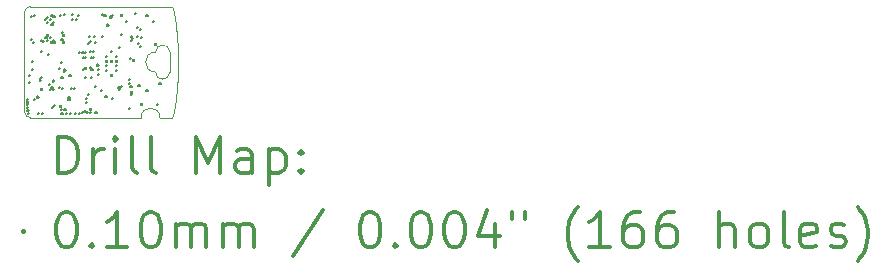
<source format=gbr>
%FSLAX45Y45*%
G04 Gerber Fmt 4.5, Leading zero omitted, Abs format (unit mm)*
G04 Created by KiCad (PCBNEW (5.0.1)-3) date 03/22/19 12:18:09*
%MOMM*%
%LPD*%
G01*
G04 APERTURE LIST*
%ADD10C,0.010000*%
%ADD11C,0.050000*%
%ADD12C,0.200000*%
%ADD13C,0.300000*%
G04 APERTURE END LIST*
D10*
X2932500Y-2265000D02*
G75*
G02X2812500Y-2265000I-60000J0D01*
G01*
X2932500Y-2095000D02*
G75*
G03X2812500Y-2095000I-60000J0D01*
G01*
X2812500Y-2095000D02*
G75*
G03X2812500Y-2265000I0J-85000D01*
G01*
D11*
X2850000Y-2650000D02*
G75*
G03X2690000Y-2650000I-80000J0D01*
G01*
X2850000Y-2650000D02*
X2952500Y-2650000D01*
D10*
X2932500Y-2095000D02*
X2932500Y-2265000D01*
D11*
X1752500Y-1710000D02*
G75*
G03X1702500Y-1760000I0J-50000D01*
G01*
X1702500Y-2600000D02*
G75*
G03X1752500Y-2650000I50000J0D01*
G01*
X1702500Y-1760000D02*
X1702500Y-2600000D01*
X2952500Y-1710000D02*
X1752500Y-1710000D01*
X1752500Y-2650000D02*
X2690000Y-2650000D01*
X3002500Y-2180000D02*
X3002500Y-2167000D01*
X3002500Y-2167000D02*
X3002500Y-2153000D01*
X3002500Y-2153000D02*
X3002500Y-2140000D01*
X3002500Y-2140000D02*
X3002500Y-2126000D01*
X3002500Y-2126000D02*
X3001500Y-2113000D01*
X3001500Y-2113000D02*
X3001500Y-2099000D01*
X3001500Y-2099000D02*
X3001500Y-2086000D01*
X3001500Y-2086000D02*
X3000500Y-2073000D01*
X3000500Y-2073000D02*
X3000500Y-2059000D01*
X3000500Y-2059000D02*
X2999500Y-2046000D01*
X2999500Y-2046000D02*
X2998500Y-2033000D01*
X2998500Y-2033000D02*
X2998500Y-2020000D01*
X2998500Y-2020000D02*
X2997500Y-2007000D01*
X2997500Y-2007000D02*
X2996500Y-1995000D01*
X2996500Y-1995000D02*
X2995500Y-1982000D01*
X2995500Y-1982000D02*
X2994500Y-1970000D01*
X2994500Y-1970000D02*
X2993500Y-1957000D01*
X2993500Y-1957000D02*
X2992500Y-1945000D01*
X2992500Y-1945000D02*
X2991500Y-1933000D01*
X2991500Y-1933000D02*
X2990500Y-1921000D01*
X2990500Y-1921000D02*
X2989500Y-1909000D01*
X2989500Y-1909000D02*
X2988500Y-1897000D01*
X2988500Y-1897000D02*
X2986500Y-1886000D01*
X2986500Y-1886000D02*
X2985500Y-1874000D01*
X2985500Y-1874000D02*
X2984500Y-1863000D01*
X2984500Y-1863000D02*
X2982500Y-1852000D01*
X2982500Y-1852000D02*
X2981500Y-1842000D01*
X2981500Y-1842000D02*
X2979500Y-1831000D01*
X2979500Y-1831000D02*
X2978500Y-1821000D01*
X2978500Y-1821000D02*
X2976500Y-1811000D01*
X2976500Y-1811000D02*
X2974500Y-1801000D01*
X2974500Y-1801000D02*
X2973500Y-1791000D01*
X2973500Y-1791000D02*
X2971500Y-1782000D01*
X2971500Y-1782000D02*
X2969500Y-1772000D01*
X2969500Y-1772000D02*
X2967500Y-1764000D01*
X2967500Y-1764000D02*
X2965500Y-1755000D01*
X2965500Y-1755000D02*
X2964500Y-1746000D01*
X2964500Y-1746000D02*
X2962500Y-1738000D01*
X2962500Y-1738000D02*
X2960500Y-1730000D01*
X2960500Y-1730000D02*
X2958500Y-1723000D01*
X2958500Y-1723000D02*
X2955500Y-1715000D01*
X2955500Y-1715000D02*
X2952500Y-1710000D01*
X2952500Y-2650000D02*
X2955500Y-2645000D01*
X2955500Y-2645000D02*
X2958500Y-2637000D01*
X2958500Y-2637000D02*
X2960500Y-2630000D01*
X2960500Y-2630000D02*
X2962500Y-2622000D01*
X2962500Y-2622000D02*
X2964500Y-2614000D01*
X2964500Y-2614000D02*
X2965500Y-2605000D01*
X2965500Y-2605000D02*
X2967500Y-2596000D01*
X2967500Y-2596000D02*
X2969500Y-2588000D01*
X2969500Y-2588000D02*
X2971500Y-2578000D01*
X2971500Y-2578000D02*
X2973500Y-2569000D01*
X2973500Y-2569000D02*
X2974500Y-2559000D01*
X2974500Y-2559000D02*
X2976500Y-2549000D01*
X2976500Y-2549000D02*
X2978500Y-2539000D01*
X2978500Y-2539000D02*
X2979500Y-2529000D01*
X2979500Y-2529000D02*
X2981500Y-2518000D01*
X2981500Y-2518000D02*
X2982500Y-2508000D01*
X2982500Y-2508000D02*
X2984500Y-2497000D01*
X2984500Y-2497000D02*
X2985500Y-2486000D01*
X2985500Y-2486000D02*
X2986500Y-2474000D01*
X2986500Y-2474000D02*
X2988500Y-2463000D01*
X2988500Y-2463000D02*
X2989500Y-2451000D01*
X2989500Y-2451000D02*
X2990500Y-2439000D01*
X2990500Y-2439000D02*
X2991500Y-2427000D01*
X2991500Y-2427000D02*
X2992500Y-2415000D01*
X2992500Y-2415000D02*
X2993500Y-2403000D01*
X2993500Y-2403000D02*
X2994500Y-2390000D01*
X2994500Y-2390000D02*
X2995500Y-2378000D01*
X2995500Y-2378000D02*
X2996500Y-2365000D01*
X2996500Y-2365000D02*
X2997500Y-2353000D01*
X2997500Y-2353000D02*
X2998500Y-2340000D01*
X2998500Y-2340000D02*
X2998500Y-2327000D01*
X2998500Y-2327000D02*
X2999500Y-2314000D01*
X2999500Y-2314000D02*
X3000500Y-2301000D01*
X3000500Y-2301000D02*
X3000500Y-2287000D01*
X3000500Y-2287000D02*
X3001500Y-2274000D01*
X3001500Y-2274000D02*
X3001500Y-2261000D01*
X3001500Y-2261000D02*
X3001500Y-2247000D01*
X3001500Y-2247000D02*
X3002500Y-2234000D01*
X3002500Y-2234000D02*
X3002500Y-2220000D01*
X3002500Y-2220000D02*
X3002500Y-2207000D01*
X3002500Y-2207000D02*
X3002500Y-2193000D01*
X3002500Y-2193000D02*
X3002500Y-2180000D01*
D12*
X1720000Y-2582500D02*
X1730000Y-2592500D01*
X1730000Y-2582500D02*
X1720000Y-2592500D01*
X1725000Y-2492500D02*
X1735000Y-2502500D01*
X1735000Y-2492500D02*
X1725000Y-2502500D01*
X1725000Y-2512500D02*
X1735000Y-2522500D01*
X1735000Y-2512500D02*
X1725000Y-2522500D01*
X1725000Y-2537500D02*
X1735000Y-2547500D01*
X1735000Y-2537500D02*
X1725000Y-2547500D01*
X1725000Y-2557500D02*
X1735000Y-2567500D01*
X1735000Y-2557500D02*
X1725000Y-2567500D01*
X1730000Y-2612500D02*
X1740000Y-2622500D01*
X1740000Y-2612500D02*
X1730000Y-2622500D01*
X1735000Y-2582500D02*
X1745000Y-2592500D01*
X1745000Y-2582500D02*
X1735000Y-2592500D01*
X1740000Y-2290000D02*
X1750000Y-2300000D01*
X1750000Y-2290000D02*
X1740000Y-2300000D01*
X1742500Y-2345000D02*
X1752500Y-2355000D01*
X1752500Y-2345000D02*
X1742500Y-2355000D01*
X1759000Y-1789500D02*
X1769000Y-1799500D01*
X1769000Y-1789500D02*
X1759000Y-1799500D01*
X1760000Y-1982500D02*
X1770000Y-1992500D01*
X1770000Y-1982500D02*
X1760000Y-1992500D01*
X1765000Y-2172500D02*
X1775000Y-2182500D01*
X1775000Y-2172500D02*
X1765000Y-2182500D01*
X1765000Y-2235000D02*
X1775000Y-2245000D01*
X1775000Y-2235000D02*
X1765000Y-2245000D01*
X1775000Y-2010000D02*
X1785000Y-2020000D01*
X1785000Y-2010000D02*
X1775000Y-2020000D01*
X1784000Y-1781500D02*
X1794000Y-1791500D01*
X1794000Y-1781500D02*
X1784000Y-1791500D01*
X1785000Y-2490000D02*
X1795000Y-2500000D01*
X1795000Y-2490000D02*
X1785000Y-2500000D01*
X1812500Y-2470000D02*
X1822500Y-2480000D01*
X1822500Y-2470000D02*
X1812500Y-2480000D01*
X1815000Y-2607500D02*
X1825000Y-2617500D01*
X1825000Y-2607500D02*
X1815000Y-2617500D01*
X1830000Y-2315000D02*
X1840000Y-2325000D01*
X1840000Y-2315000D02*
X1830000Y-2325000D01*
X1831000Y-2332500D02*
X1841000Y-2342500D01*
X1841000Y-2332500D02*
X1831000Y-2342500D01*
X1840000Y-1995000D02*
X1850000Y-2005000D01*
X1850000Y-1995000D02*
X1840000Y-2005000D01*
X1840000Y-2085500D02*
X1850000Y-2095500D01*
X1850000Y-2085500D02*
X1840000Y-2095500D01*
X1841000Y-2403500D02*
X1851000Y-2413500D01*
X1851000Y-2403500D02*
X1841000Y-2413500D01*
X1845000Y-2305000D02*
X1855000Y-2315000D01*
X1855000Y-2305000D02*
X1845000Y-2315000D01*
X1850000Y-2610000D02*
X1860000Y-2620000D01*
X1860000Y-2610000D02*
X1850000Y-2620000D01*
X1860000Y-2000000D02*
X1870000Y-2010000D01*
X1870000Y-2000000D02*
X1860000Y-2010000D01*
X1875000Y-1815000D02*
X1885000Y-1825000D01*
X1885000Y-1815000D02*
X1875000Y-1825000D01*
X1880000Y-1967500D02*
X1890000Y-1977500D01*
X1890000Y-1967500D02*
X1880000Y-1977500D01*
X1895000Y-1800000D02*
X1905000Y-1810000D01*
X1905000Y-1800000D02*
X1895000Y-1810000D01*
X1895000Y-1840000D02*
X1905000Y-1850000D01*
X1905000Y-1840000D02*
X1895000Y-1850000D01*
X1895000Y-1945000D02*
X1905000Y-1955000D01*
X1905000Y-1945000D02*
X1895000Y-1955000D01*
X1895000Y-1990000D02*
X1905000Y-2000000D01*
X1905000Y-1990000D02*
X1895000Y-2000000D01*
X1900000Y-2112500D02*
X1910000Y-2122500D01*
X1910000Y-2112500D02*
X1900000Y-2122500D01*
X1910000Y-2365000D02*
X1920000Y-2375000D01*
X1920000Y-2365000D02*
X1910000Y-2375000D01*
X1915000Y-1815000D02*
X1925000Y-1825000D01*
X1925000Y-1815000D02*
X1915000Y-1825000D01*
X1915000Y-1965000D02*
X1925000Y-1975000D01*
X1925000Y-1965000D02*
X1915000Y-1975000D01*
X1920000Y-2405000D02*
X1930000Y-2415000D01*
X1930000Y-2405000D02*
X1920000Y-2415000D01*
X1925000Y-2005000D02*
X1935000Y-2015000D01*
X1935000Y-2005000D02*
X1925000Y-2015000D01*
X1930000Y-1855000D02*
X1940000Y-1865000D01*
X1940000Y-1855000D02*
X1930000Y-1865000D01*
X1930000Y-2390000D02*
X1940000Y-2400000D01*
X1940000Y-2390000D02*
X1930000Y-2400000D01*
X1931000Y-1778500D02*
X1941000Y-1788500D01*
X1941000Y-1778500D02*
X1931000Y-1788500D01*
X1935000Y-2557500D02*
X1945000Y-2567500D01*
X1945000Y-2557500D02*
X1935000Y-2567500D01*
X1940000Y-1995000D02*
X1950000Y-2005000D01*
X1950000Y-1995000D02*
X1940000Y-2005000D01*
X1940000Y-2327500D02*
X1950000Y-2337500D01*
X1950000Y-2327500D02*
X1940000Y-2337500D01*
X1940000Y-2342500D02*
X1950000Y-2352500D01*
X1950000Y-2342500D02*
X1940000Y-2352500D01*
X1945000Y-1840000D02*
X1955000Y-1850000D01*
X1955000Y-1840000D02*
X1945000Y-1850000D01*
X1945000Y-2405000D02*
X1955000Y-2415000D01*
X1955000Y-2405000D02*
X1945000Y-2415000D01*
X1948000Y-1786500D02*
X1958000Y-1796500D01*
X1958000Y-1786500D02*
X1948000Y-1796500D01*
X1950000Y-2542500D02*
X1960000Y-2552500D01*
X1960000Y-2542500D02*
X1950000Y-2552500D01*
X1955000Y-2005000D02*
X1965000Y-2015000D01*
X1965000Y-2005000D02*
X1955000Y-2015000D01*
X1992500Y-2230000D02*
X2002500Y-2240000D01*
X2002500Y-2230000D02*
X1992500Y-2240000D01*
X1997500Y-2392500D02*
X2007500Y-2402500D01*
X2007500Y-2392500D02*
X1997500Y-2402500D01*
X2000000Y-2547500D02*
X2010000Y-2557500D01*
X2010000Y-2547500D02*
X2000000Y-2557500D01*
X2002500Y-1777500D02*
X2012500Y-1787500D01*
X2012500Y-1777500D02*
X2002500Y-1787500D01*
X2010000Y-2577500D02*
X2020000Y-2587500D01*
X2020000Y-2577500D02*
X2010000Y-2587500D01*
X2012500Y-2175000D02*
X2022500Y-2185000D01*
X2022500Y-2175000D02*
X2012500Y-2185000D01*
X2015000Y-1985000D02*
X2025000Y-1995000D01*
X2025000Y-1985000D02*
X2015000Y-1995000D01*
X2015000Y-2307500D02*
X2025000Y-2317500D01*
X2025000Y-2307500D02*
X2015000Y-2317500D01*
X2015000Y-2610000D02*
X2025000Y-2620000D01*
X2025000Y-2610000D02*
X2015000Y-2620000D01*
X2020000Y-2397500D02*
X2030000Y-2407500D01*
X2030000Y-2397500D02*
X2020000Y-2407500D01*
X2022500Y-1922500D02*
X2032500Y-1932500D01*
X2032500Y-1922500D02*
X2022500Y-1932500D01*
X2027500Y-1945000D02*
X2037500Y-1955000D01*
X2037500Y-1945000D02*
X2027500Y-1955000D01*
X2030000Y-2005000D02*
X2040000Y-2015000D01*
X2040000Y-2005000D02*
X2030000Y-2015000D01*
X2035000Y-2255000D02*
X2045000Y-2265000D01*
X2045000Y-2255000D02*
X2035000Y-2265000D01*
X2037500Y-1772500D02*
X2047500Y-1782500D01*
X2047500Y-1772500D02*
X2037500Y-1782500D01*
X2040000Y-2242500D02*
X2050000Y-2252500D01*
X2050000Y-2242500D02*
X2040000Y-2252500D01*
X2040000Y-2575000D02*
X2050000Y-2585000D01*
X2050000Y-2575000D02*
X2040000Y-2585000D01*
X2050000Y-2610000D02*
X2060000Y-2620000D01*
X2060000Y-2610000D02*
X2050000Y-2620000D01*
X2075000Y-2472500D02*
X2085000Y-2482500D01*
X2085000Y-2472500D02*
X2075000Y-2482500D01*
X2075000Y-2492500D02*
X2085000Y-2502500D01*
X2085000Y-2492500D02*
X2075000Y-2502500D01*
X2082500Y-2290000D02*
X2092500Y-2300000D01*
X2092500Y-2290000D02*
X2082500Y-2300000D01*
X2087500Y-2610000D02*
X2097500Y-2620000D01*
X2097500Y-2610000D02*
X2087500Y-2620000D01*
X2098000Y-2400000D02*
X2108000Y-2410000D01*
X2108000Y-2400000D02*
X2098000Y-2410000D01*
X2105000Y-1775000D02*
X2115000Y-1785000D01*
X2115000Y-1775000D02*
X2105000Y-1785000D01*
X2107000Y-1815500D02*
X2117000Y-1825500D01*
X2117000Y-1815500D02*
X2107000Y-1825500D01*
X2123000Y-2400000D02*
X2133000Y-2410000D01*
X2133000Y-2400000D02*
X2123000Y-2410000D01*
X2127500Y-2610000D02*
X2137500Y-2620000D01*
X2137500Y-2610000D02*
X2127500Y-2620000D01*
X2135000Y-1813500D02*
X2145000Y-1823500D01*
X2145000Y-1813500D02*
X2135000Y-1823500D01*
X2152500Y-1782500D02*
X2162500Y-1792500D01*
X2162500Y-1782500D02*
X2152500Y-1792500D01*
X2160000Y-2610000D02*
X2170000Y-2620000D01*
X2170000Y-2610000D02*
X2160000Y-2620000D01*
X2163000Y-2092500D02*
X2173000Y-2102500D01*
X2173000Y-2092500D02*
X2163000Y-2102500D01*
X2189000Y-2598500D02*
X2199000Y-2608500D01*
X2199000Y-2598500D02*
X2189000Y-2608500D01*
X2192500Y-2095000D02*
X2202500Y-2105000D01*
X2202500Y-2095000D02*
X2192500Y-2105000D01*
X2195000Y-2135000D02*
X2205000Y-2145000D01*
X2205000Y-2135000D02*
X2195000Y-2145000D01*
X2200000Y-2237500D02*
X2210000Y-2247500D01*
X2210000Y-2237500D02*
X2200000Y-2247500D01*
X2210000Y-2590000D02*
X2220000Y-2600000D01*
X2220000Y-2590000D02*
X2210000Y-2600000D01*
X2215000Y-2092500D02*
X2225000Y-2102500D01*
X2225000Y-2092500D02*
X2215000Y-2102500D01*
X2215000Y-2135000D02*
X2225000Y-2145000D01*
X2225000Y-2135000D02*
X2215000Y-2145000D01*
X2215000Y-2225000D02*
X2225000Y-2235000D01*
X2225000Y-2225000D02*
X2215000Y-2235000D01*
X2215000Y-2305000D02*
X2225000Y-2315000D01*
X2225000Y-2305000D02*
X2215000Y-2315000D01*
X2220000Y-2485000D02*
X2230000Y-2495000D01*
X2230000Y-2485000D02*
X2220000Y-2495000D01*
X2220000Y-2520000D02*
X2230000Y-2530000D01*
X2230000Y-2520000D02*
X2220000Y-2530000D01*
X2229000Y-2598500D02*
X2239000Y-2608500D01*
X2239000Y-2598500D02*
X2229000Y-2608500D01*
X2238000Y-2014500D02*
X2248000Y-2024500D01*
X2248000Y-2014500D02*
X2238000Y-2024500D01*
X2240000Y-2450000D02*
X2250000Y-2460000D01*
X2250000Y-2450000D02*
X2240000Y-2460000D01*
X2250000Y-1960500D02*
X2260000Y-1970500D01*
X2260000Y-1960500D02*
X2250000Y-1970500D01*
X2255000Y-2087500D02*
X2265000Y-2097500D01*
X2265000Y-2087500D02*
X2255000Y-2097500D01*
X2255000Y-2222500D02*
X2265000Y-2232500D01*
X2265000Y-2222500D02*
X2255000Y-2232500D01*
X2257500Y-2572500D02*
X2267500Y-2582500D01*
X2267500Y-2572500D02*
X2257500Y-2582500D01*
X2260000Y-1998500D02*
X2270000Y-2008500D01*
X2270000Y-1998500D02*
X2260000Y-2008500D01*
X2260000Y-2602500D02*
X2270000Y-2612500D01*
X2270000Y-2602500D02*
X2260000Y-2612500D01*
X2265000Y-2135000D02*
X2275000Y-2145000D01*
X2275000Y-2135000D02*
X2265000Y-2145000D01*
X2265000Y-2307500D02*
X2275000Y-2317500D01*
X2275000Y-2307500D02*
X2265000Y-2317500D01*
X2270000Y-2237500D02*
X2280000Y-2247500D01*
X2280000Y-2237500D02*
X2270000Y-2247500D01*
X2285000Y-2087500D02*
X2295000Y-2097500D01*
X2295000Y-2087500D02*
X2285000Y-2097500D01*
X2285000Y-2135000D02*
X2295000Y-2145000D01*
X2295000Y-2135000D02*
X2285000Y-2145000D01*
X2287000Y-1957500D02*
X2297000Y-1967500D01*
X2297000Y-1957500D02*
X2287000Y-1967500D01*
X2300000Y-2382500D02*
X2310000Y-2392500D01*
X2310000Y-2382500D02*
X2300000Y-2392500D01*
X2301000Y-2009500D02*
X2311000Y-2019500D01*
X2311000Y-2009500D02*
X2301000Y-2019500D01*
X2302500Y-2602500D02*
X2312500Y-2612500D01*
X2312500Y-2602500D02*
X2302500Y-2612500D01*
X2320356Y-2200356D02*
X2330356Y-2210356D01*
X2330356Y-2200356D02*
X2320356Y-2210356D01*
X2325000Y-2237500D02*
X2335000Y-2247500D01*
X2335000Y-2237500D02*
X2325000Y-2247500D01*
X2325000Y-2277500D02*
X2335000Y-2287500D01*
X2335000Y-2277500D02*
X2325000Y-2287500D01*
X2350000Y-2412500D02*
X2360000Y-2422500D01*
X2360000Y-2412500D02*
X2350000Y-2422500D01*
X2357000Y-1958500D02*
X2367000Y-1968500D01*
X2367000Y-1958500D02*
X2357000Y-1968500D01*
X2358000Y-1769500D02*
X2368000Y-1779500D01*
X2368000Y-1769500D02*
X2358000Y-1779500D01*
X2379000Y-1782500D02*
X2389000Y-1792500D01*
X2389000Y-1782500D02*
X2379000Y-1792500D01*
X2387500Y-2465000D02*
X2397500Y-2475000D01*
X2397500Y-2465000D02*
X2387500Y-2475000D01*
X2395000Y-2125000D02*
X2405000Y-2135000D01*
X2405000Y-2125000D02*
X2395000Y-2135000D01*
X2395000Y-2165000D02*
X2405000Y-2175000D01*
X2405000Y-2165000D02*
X2395000Y-2175000D01*
X2395000Y-2205000D02*
X2405000Y-2215000D01*
X2405000Y-2205000D02*
X2395000Y-2215000D01*
X2395000Y-2245000D02*
X2405000Y-2255000D01*
X2405000Y-2245000D02*
X2395000Y-2255000D01*
X2405000Y-1861500D02*
X2415000Y-1871500D01*
X2415000Y-1861500D02*
X2405000Y-1871500D01*
X2430000Y-1792500D02*
X2440000Y-1802500D01*
X2440000Y-1792500D02*
X2430000Y-1802500D01*
X2435000Y-2085000D02*
X2445000Y-2095000D01*
X2445000Y-2085000D02*
X2435000Y-2095000D01*
X2435000Y-2165000D02*
X2445000Y-2175000D01*
X2445000Y-2165000D02*
X2435000Y-2175000D01*
X2435000Y-2285000D02*
X2445000Y-2295000D01*
X2445000Y-2285000D02*
X2435000Y-2295000D01*
X2440000Y-1780000D02*
X2450000Y-1790000D01*
X2450000Y-1780000D02*
X2440000Y-1790000D01*
X2445000Y-2482500D02*
X2455000Y-2492500D01*
X2455000Y-2482500D02*
X2445000Y-2492500D01*
X2474751Y-2124875D02*
X2484751Y-2134875D01*
X2484751Y-2124875D02*
X2474751Y-2134875D01*
X2475000Y-2165000D02*
X2485000Y-2175000D01*
X2485000Y-2165000D02*
X2475000Y-2175000D01*
X2475000Y-2205000D02*
X2485000Y-2215000D01*
X2485000Y-2205000D02*
X2475000Y-2215000D01*
X2475000Y-2245000D02*
X2485000Y-2255000D01*
X2485000Y-2245000D02*
X2475000Y-2255000D01*
X2497500Y-2387500D02*
X2507500Y-2397500D01*
X2507500Y-2387500D02*
X2497500Y-2397500D01*
X2505000Y-2053500D02*
X2515000Y-2063500D01*
X2515000Y-2053500D02*
X2505000Y-2063500D01*
X2505000Y-2405000D02*
X2515000Y-2415000D01*
X2515000Y-2405000D02*
X2505000Y-2415000D01*
X2517500Y-2385000D02*
X2527500Y-2395000D01*
X2527500Y-2385000D02*
X2517500Y-2395000D01*
X2519000Y-1942500D02*
X2529000Y-1952500D01*
X2529000Y-1942500D02*
X2519000Y-1952500D01*
X2520000Y-1776500D02*
X2530000Y-1786500D01*
X2530000Y-1776500D02*
X2520000Y-1786500D01*
X2558000Y-1829500D02*
X2568000Y-1839500D01*
X2568000Y-1829500D02*
X2558000Y-1839500D01*
X2585000Y-2357500D02*
X2595000Y-2367500D01*
X2595000Y-2357500D02*
X2585000Y-2367500D01*
X2588000Y-2323500D02*
X2598000Y-2333500D01*
X2598000Y-2323500D02*
X2588000Y-2333500D01*
X2588671Y-2566671D02*
X2598671Y-2576671D01*
X2598671Y-2566671D02*
X2588671Y-2576671D01*
X2597500Y-2145000D02*
X2607500Y-2155000D01*
X2607500Y-2145000D02*
X2597500Y-2155000D01*
X2600000Y-2382500D02*
X2610000Y-2392500D01*
X2610000Y-2382500D02*
X2600000Y-2392500D01*
X2602500Y-2427500D02*
X2612500Y-2437500D01*
X2612500Y-2427500D02*
X2602500Y-2437500D01*
X2605000Y-1990500D02*
X2615000Y-2000500D01*
X2615000Y-1990500D02*
X2605000Y-2000500D01*
X2605000Y-2450000D02*
X2615000Y-2460000D01*
X2615000Y-2450000D02*
X2605000Y-2460000D01*
X2607000Y-1956500D02*
X2617000Y-1966500D01*
X2617000Y-1956500D02*
X2607000Y-1966500D01*
X2614000Y-1973500D02*
X2624000Y-1983500D01*
X2624000Y-1973500D02*
X2614000Y-1983500D01*
X2622500Y-2157500D02*
X2632500Y-2167500D01*
X2632500Y-2157500D02*
X2622500Y-2167500D01*
X2635000Y-1762500D02*
X2645000Y-1772500D01*
X2645000Y-1762500D02*
X2635000Y-1772500D01*
X2655000Y-1880000D02*
X2665000Y-1890000D01*
X2665000Y-1880000D02*
X2655000Y-1890000D01*
X2655000Y-1955000D02*
X2665000Y-1965000D01*
X2665000Y-1955000D02*
X2655000Y-1965000D01*
X2666000Y-2019500D02*
X2676000Y-2029500D01*
X2676000Y-2019500D02*
X2666000Y-2029500D01*
X2667500Y-2375000D02*
X2677500Y-2385000D01*
X2677500Y-2375000D02*
X2667500Y-2385000D01*
X2680000Y-1900000D02*
X2690000Y-1910000D01*
X2690000Y-1900000D02*
X2680000Y-1910000D01*
X2680000Y-2045000D02*
X2690000Y-2055000D01*
X2690000Y-2045000D02*
X2680000Y-2055000D01*
X2685000Y-1970000D02*
X2695000Y-1980000D01*
X2695000Y-1970000D02*
X2685000Y-1980000D01*
X2685000Y-2530000D02*
X2695000Y-2540000D01*
X2695000Y-2530000D02*
X2685000Y-2540000D01*
X2735000Y-1777500D02*
X2745000Y-1787500D01*
X2745000Y-1777500D02*
X2735000Y-1787500D01*
X2735000Y-2412500D02*
X2745000Y-2422500D01*
X2745000Y-2412500D02*
X2735000Y-2422500D01*
X2792500Y-1830000D02*
X2802500Y-1840000D01*
X2802500Y-1830000D02*
X2792500Y-1840000D01*
X2805000Y-2022500D02*
X2815000Y-2032500D01*
X2815000Y-2022500D02*
X2805000Y-2032500D01*
X2827000Y-2531500D02*
X2837000Y-2541500D01*
X2837000Y-2531500D02*
X2827000Y-2541500D01*
X2845000Y-2357500D02*
X2855000Y-2367500D01*
X2855000Y-2357500D02*
X2845000Y-2367500D01*
D13*
X1986428Y-3118214D02*
X1986428Y-2818214D01*
X2057857Y-2818214D01*
X2100714Y-2832500D01*
X2129286Y-2861071D01*
X2143571Y-2889643D01*
X2157857Y-2946786D01*
X2157857Y-2989643D01*
X2143571Y-3046786D01*
X2129286Y-3075357D01*
X2100714Y-3103929D01*
X2057857Y-3118214D01*
X1986428Y-3118214D01*
X2286428Y-3118214D02*
X2286428Y-2918214D01*
X2286428Y-2975357D02*
X2300714Y-2946786D01*
X2315000Y-2932500D01*
X2343571Y-2918214D01*
X2372143Y-2918214D01*
X2472143Y-3118214D02*
X2472143Y-2918214D01*
X2472143Y-2818214D02*
X2457857Y-2832500D01*
X2472143Y-2846786D01*
X2486428Y-2832500D01*
X2472143Y-2818214D01*
X2472143Y-2846786D01*
X2657857Y-3118214D02*
X2629286Y-3103929D01*
X2615000Y-3075357D01*
X2615000Y-2818214D01*
X2815000Y-3118214D02*
X2786428Y-3103929D01*
X2772143Y-3075357D01*
X2772143Y-2818214D01*
X3157857Y-3118214D02*
X3157857Y-2818214D01*
X3257857Y-3032500D01*
X3357857Y-2818214D01*
X3357857Y-3118214D01*
X3629286Y-3118214D02*
X3629286Y-2961071D01*
X3615000Y-2932500D01*
X3586428Y-2918214D01*
X3529286Y-2918214D01*
X3500714Y-2932500D01*
X3629286Y-3103929D02*
X3600714Y-3118214D01*
X3529286Y-3118214D01*
X3500714Y-3103929D01*
X3486428Y-3075357D01*
X3486428Y-3046786D01*
X3500714Y-3018214D01*
X3529286Y-3003929D01*
X3600714Y-3003929D01*
X3629286Y-2989643D01*
X3772143Y-2918214D02*
X3772143Y-3218214D01*
X3772143Y-2932500D02*
X3800714Y-2918214D01*
X3857857Y-2918214D01*
X3886428Y-2932500D01*
X3900714Y-2946786D01*
X3915000Y-2975357D01*
X3915000Y-3061071D01*
X3900714Y-3089643D01*
X3886428Y-3103929D01*
X3857857Y-3118214D01*
X3800714Y-3118214D01*
X3772143Y-3103929D01*
X4043571Y-3089643D02*
X4057857Y-3103929D01*
X4043571Y-3118214D01*
X4029286Y-3103929D01*
X4043571Y-3089643D01*
X4043571Y-3118214D01*
X4043571Y-2932500D02*
X4057857Y-2946786D01*
X4043571Y-2961071D01*
X4029286Y-2946786D01*
X4043571Y-2932500D01*
X4043571Y-2961071D01*
X1690000Y-3607500D02*
X1700000Y-3617500D01*
X1700000Y-3607500D02*
X1690000Y-3617500D01*
X2043571Y-3448214D02*
X2072143Y-3448214D01*
X2100714Y-3462500D01*
X2115000Y-3476786D01*
X2129286Y-3505357D01*
X2143571Y-3562500D01*
X2143571Y-3633929D01*
X2129286Y-3691071D01*
X2115000Y-3719643D01*
X2100714Y-3733929D01*
X2072143Y-3748214D01*
X2043571Y-3748214D01*
X2015000Y-3733929D01*
X2000714Y-3719643D01*
X1986428Y-3691071D01*
X1972143Y-3633929D01*
X1972143Y-3562500D01*
X1986428Y-3505357D01*
X2000714Y-3476786D01*
X2015000Y-3462500D01*
X2043571Y-3448214D01*
X2272143Y-3719643D02*
X2286428Y-3733929D01*
X2272143Y-3748214D01*
X2257857Y-3733929D01*
X2272143Y-3719643D01*
X2272143Y-3748214D01*
X2572143Y-3748214D02*
X2400714Y-3748214D01*
X2486428Y-3748214D02*
X2486428Y-3448214D01*
X2457857Y-3491071D01*
X2429286Y-3519643D01*
X2400714Y-3533929D01*
X2757857Y-3448214D02*
X2786428Y-3448214D01*
X2815000Y-3462500D01*
X2829286Y-3476786D01*
X2843571Y-3505357D01*
X2857857Y-3562500D01*
X2857857Y-3633929D01*
X2843571Y-3691071D01*
X2829286Y-3719643D01*
X2815000Y-3733929D01*
X2786428Y-3748214D01*
X2757857Y-3748214D01*
X2729286Y-3733929D01*
X2715000Y-3719643D01*
X2700714Y-3691071D01*
X2686428Y-3633929D01*
X2686428Y-3562500D01*
X2700714Y-3505357D01*
X2715000Y-3476786D01*
X2729286Y-3462500D01*
X2757857Y-3448214D01*
X2986428Y-3748214D02*
X2986428Y-3548214D01*
X2986428Y-3576786D02*
X3000714Y-3562500D01*
X3029286Y-3548214D01*
X3072143Y-3548214D01*
X3100714Y-3562500D01*
X3115000Y-3591071D01*
X3115000Y-3748214D01*
X3115000Y-3591071D02*
X3129286Y-3562500D01*
X3157857Y-3548214D01*
X3200714Y-3548214D01*
X3229286Y-3562500D01*
X3243571Y-3591071D01*
X3243571Y-3748214D01*
X3386428Y-3748214D02*
X3386428Y-3548214D01*
X3386428Y-3576786D02*
X3400714Y-3562500D01*
X3429286Y-3548214D01*
X3472143Y-3548214D01*
X3500714Y-3562500D01*
X3515000Y-3591071D01*
X3515000Y-3748214D01*
X3515000Y-3591071D02*
X3529286Y-3562500D01*
X3557857Y-3548214D01*
X3600714Y-3548214D01*
X3629286Y-3562500D01*
X3643571Y-3591071D01*
X3643571Y-3748214D01*
X4229286Y-3433929D02*
X3972143Y-3819643D01*
X4615000Y-3448214D02*
X4643571Y-3448214D01*
X4672143Y-3462500D01*
X4686428Y-3476786D01*
X4700714Y-3505357D01*
X4715000Y-3562500D01*
X4715000Y-3633929D01*
X4700714Y-3691071D01*
X4686428Y-3719643D01*
X4672143Y-3733929D01*
X4643571Y-3748214D01*
X4615000Y-3748214D01*
X4586428Y-3733929D01*
X4572143Y-3719643D01*
X4557857Y-3691071D01*
X4543571Y-3633929D01*
X4543571Y-3562500D01*
X4557857Y-3505357D01*
X4572143Y-3476786D01*
X4586428Y-3462500D01*
X4615000Y-3448214D01*
X4843571Y-3719643D02*
X4857857Y-3733929D01*
X4843571Y-3748214D01*
X4829286Y-3733929D01*
X4843571Y-3719643D01*
X4843571Y-3748214D01*
X5043571Y-3448214D02*
X5072143Y-3448214D01*
X5100714Y-3462500D01*
X5115000Y-3476786D01*
X5129286Y-3505357D01*
X5143571Y-3562500D01*
X5143571Y-3633929D01*
X5129286Y-3691071D01*
X5115000Y-3719643D01*
X5100714Y-3733929D01*
X5072143Y-3748214D01*
X5043571Y-3748214D01*
X5015000Y-3733929D01*
X5000714Y-3719643D01*
X4986428Y-3691071D01*
X4972143Y-3633929D01*
X4972143Y-3562500D01*
X4986428Y-3505357D01*
X5000714Y-3476786D01*
X5015000Y-3462500D01*
X5043571Y-3448214D01*
X5329286Y-3448214D02*
X5357857Y-3448214D01*
X5386428Y-3462500D01*
X5400714Y-3476786D01*
X5415000Y-3505357D01*
X5429286Y-3562500D01*
X5429286Y-3633929D01*
X5415000Y-3691071D01*
X5400714Y-3719643D01*
X5386428Y-3733929D01*
X5357857Y-3748214D01*
X5329286Y-3748214D01*
X5300714Y-3733929D01*
X5286428Y-3719643D01*
X5272143Y-3691071D01*
X5257857Y-3633929D01*
X5257857Y-3562500D01*
X5272143Y-3505357D01*
X5286428Y-3476786D01*
X5300714Y-3462500D01*
X5329286Y-3448214D01*
X5686428Y-3548214D02*
X5686428Y-3748214D01*
X5615000Y-3433929D02*
X5543571Y-3648214D01*
X5729286Y-3648214D01*
X5829286Y-3448214D02*
X5829286Y-3505357D01*
X5943571Y-3448214D02*
X5943571Y-3505357D01*
X6386428Y-3862500D02*
X6372143Y-3848214D01*
X6343571Y-3805357D01*
X6329286Y-3776786D01*
X6315000Y-3733929D01*
X6300714Y-3662500D01*
X6300714Y-3605357D01*
X6315000Y-3533929D01*
X6329286Y-3491071D01*
X6343571Y-3462500D01*
X6372143Y-3419643D01*
X6386428Y-3405357D01*
X6657857Y-3748214D02*
X6486428Y-3748214D01*
X6572143Y-3748214D02*
X6572143Y-3448214D01*
X6543571Y-3491071D01*
X6515000Y-3519643D01*
X6486428Y-3533929D01*
X6915000Y-3448214D02*
X6857857Y-3448214D01*
X6829286Y-3462500D01*
X6815000Y-3476786D01*
X6786428Y-3519643D01*
X6772143Y-3576786D01*
X6772143Y-3691071D01*
X6786428Y-3719643D01*
X6800714Y-3733929D01*
X6829286Y-3748214D01*
X6886428Y-3748214D01*
X6915000Y-3733929D01*
X6929286Y-3719643D01*
X6943571Y-3691071D01*
X6943571Y-3619643D01*
X6929286Y-3591071D01*
X6915000Y-3576786D01*
X6886428Y-3562500D01*
X6829286Y-3562500D01*
X6800714Y-3576786D01*
X6786428Y-3591071D01*
X6772143Y-3619643D01*
X7200714Y-3448214D02*
X7143571Y-3448214D01*
X7115000Y-3462500D01*
X7100714Y-3476786D01*
X7072143Y-3519643D01*
X7057857Y-3576786D01*
X7057857Y-3691071D01*
X7072143Y-3719643D01*
X7086428Y-3733929D01*
X7115000Y-3748214D01*
X7172143Y-3748214D01*
X7200714Y-3733929D01*
X7215000Y-3719643D01*
X7229286Y-3691071D01*
X7229286Y-3619643D01*
X7215000Y-3591071D01*
X7200714Y-3576786D01*
X7172143Y-3562500D01*
X7115000Y-3562500D01*
X7086428Y-3576786D01*
X7072143Y-3591071D01*
X7057857Y-3619643D01*
X7586428Y-3748214D02*
X7586428Y-3448214D01*
X7715000Y-3748214D02*
X7715000Y-3591071D01*
X7700714Y-3562500D01*
X7672143Y-3548214D01*
X7629286Y-3548214D01*
X7600714Y-3562500D01*
X7586428Y-3576786D01*
X7900714Y-3748214D02*
X7872143Y-3733929D01*
X7857857Y-3719643D01*
X7843571Y-3691071D01*
X7843571Y-3605357D01*
X7857857Y-3576786D01*
X7872143Y-3562500D01*
X7900714Y-3548214D01*
X7943571Y-3548214D01*
X7972143Y-3562500D01*
X7986428Y-3576786D01*
X8000714Y-3605357D01*
X8000714Y-3691071D01*
X7986428Y-3719643D01*
X7972143Y-3733929D01*
X7943571Y-3748214D01*
X7900714Y-3748214D01*
X8172143Y-3748214D02*
X8143571Y-3733929D01*
X8129286Y-3705357D01*
X8129286Y-3448214D01*
X8400714Y-3733929D02*
X8372143Y-3748214D01*
X8315000Y-3748214D01*
X8286428Y-3733929D01*
X8272143Y-3705357D01*
X8272143Y-3591071D01*
X8286428Y-3562500D01*
X8315000Y-3548214D01*
X8372143Y-3548214D01*
X8400714Y-3562500D01*
X8415000Y-3591071D01*
X8415000Y-3619643D01*
X8272143Y-3648214D01*
X8529286Y-3733929D02*
X8557857Y-3748214D01*
X8615000Y-3748214D01*
X8643571Y-3733929D01*
X8657857Y-3705357D01*
X8657857Y-3691071D01*
X8643571Y-3662500D01*
X8615000Y-3648214D01*
X8572143Y-3648214D01*
X8543571Y-3633929D01*
X8529286Y-3605357D01*
X8529286Y-3591071D01*
X8543571Y-3562500D01*
X8572143Y-3548214D01*
X8615000Y-3548214D01*
X8643571Y-3562500D01*
X8757857Y-3862500D02*
X8772143Y-3848214D01*
X8800714Y-3805357D01*
X8815000Y-3776786D01*
X8829286Y-3733929D01*
X8843571Y-3662500D01*
X8843571Y-3605357D01*
X8829286Y-3533929D01*
X8815000Y-3491071D01*
X8800714Y-3462500D01*
X8772143Y-3419643D01*
X8757857Y-3405357D01*
M02*

</source>
